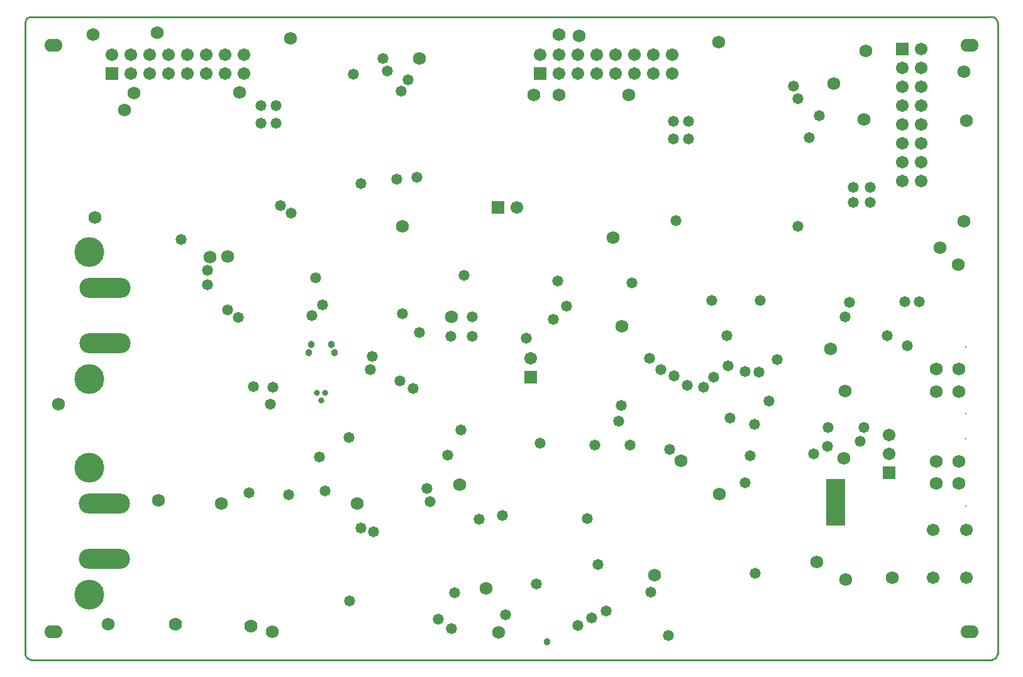
<source format=gbs>
G04*
G04 #@! TF.GenerationSoftware,Altium Limited,Altium Designer,19.1.8 (144)*
G04*
G04 Layer_Color=16711935*
%FSLAX25Y25*%
%MOIN*%
G70*
G01*
G75*
%ADD13C,0.01000*%
%ADD53R,0.10000X0.25000*%
%ADD77O,0.09700X0.06800*%
%ADD78C,0.00800*%
%ADD79C,0.06800*%
%ADD80C,0.06706*%
%ADD81R,0.06706X0.06706*%
%ADD82C,0.04600*%
%ADD83R,0.04600X0.04600*%
%ADD84C,0.06698*%
%ADD85R,0.06706X0.06706*%
%ADD86C,0.07000*%
%ADD87C,0.15800*%
%ADD88O,0.27100X0.10700*%
%ADD89C,0.05800*%
%ADD90C,0.03300*%
%ADD91C,0.03800*%
D13*
X512500Y0D02*
G03*
X515500Y3000I0J3000D01*
G01*
Y338000D02*
G03*
X512000Y341000I-3250J-250D01*
G01*
X3000Y341000D02*
G03*
X0Y338000I0J-3000D01*
G01*
Y3000D02*
G03*
X3000Y0I3000J0D01*
G01*
X512500D01*
X515500Y3000D02*
Y335500D01*
Y338000D01*
X3000Y341000D02*
X512000D01*
X0Y3000D02*
Y338000D01*
D53*
X429501Y83500D02*
D03*
D77*
X500500Y15000D02*
D03*
Y326000D02*
D03*
X15000D02*
D03*
Y15000D02*
D03*
D78*
X498500Y165933D02*
D03*
Y130500D02*
D03*
X498512Y81689D02*
D03*
Y117122D02*
D03*
D79*
X482988Y154122D02*
D03*
X494799D02*
D03*
X482988Y142311D02*
D03*
X494799D02*
D03*
X200000Y230000D02*
D03*
X427000Y165000D02*
D03*
X434000Y107000D02*
D03*
X459500Y43500D02*
D03*
X347500Y105500D02*
D03*
X368000Y88000D02*
D03*
X434500Y142500D02*
D03*
X435000Y42500D02*
D03*
X419500Y52000D02*
D03*
X494811Y93500D02*
D03*
X483000D02*
D03*
X494811Y105311D02*
D03*
X483000D02*
D03*
X230358Y93000D02*
D03*
X226000Y182000D02*
D03*
X250900Y14584D02*
D03*
X333500Y45000D02*
D03*
X244216Y38000D02*
D03*
X311500Y224000D02*
D03*
X316398Y177102D02*
D03*
X107217Y214000D02*
D03*
X97783Y213500D02*
D03*
X497500Y232500D02*
D03*
X499000Y286000D02*
D03*
X497500Y312000D02*
D03*
X445500Y323000D02*
D03*
X444500Y286500D02*
D03*
X485000Y218500D02*
D03*
X494500Y209500D02*
D03*
X320000Y299500D02*
D03*
X293500Y331000D02*
D03*
X367500Y327500D02*
D03*
X283000Y331500D02*
D03*
X269500Y299500D02*
D03*
X283000D02*
D03*
X428500Y305500D02*
D03*
X70000Y332500D02*
D03*
X57500Y300500D02*
D03*
X36000Y331500D02*
D03*
X209000Y319000D02*
D03*
X113500Y301000D02*
D03*
X140500Y329500D02*
D03*
X52500Y291500D02*
D03*
X104000Y83000D02*
D03*
X37000Y234500D02*
D03*
X17500Y135500D02*
D03*
X70500Y84500D02*
D03*
X44000Y19000D02*
D03*
X176000Y83000D02*
D03*
X131000Y15000D02*
D03*
D80*
X268000Y160000D02*
D03*
X458000Y119127D02*
D03*
Y109127D02*
D03*
X260500Y240000D02*
D03*
X475000Y324000D02*
D03*
X465000Y314000D02*
D03*
X475000D02*
D03*
X465000Y304000D02*
D03*
X475000D02*
D03*
X465000Y294000D02*
D03*
X475000D02*
D03*
X465000Y284000D02*
D03*
X475000D02*
D03*
X465000Y274000D02*
D03*
X475000D02*
D03*
X465000Y264000D02*
D03*
X475000D02*
D03*
X465000Y254000D02*
D03*
X475000D02*
D03*
X273000Y321000D02*
D03*
X283000Y311000D02*
D03*
Y321000D02*
D03*
X293000Y311000D02*
D03*
Y321000D02*
D03*
X303000Y311000D02*
D03*
Y321000D02*
D03*
X313000Y311000D02*
D03*
Y321000D02*
D03*
X323000Y311000D02*
D03*
Y321000D02*
D03*
X333000Y311000D02*
D03*
Y321000D02*
D03*
X343000Y311000D02*
D03*
Y321000D02*
D03*
X46000D02*
D03*
X56000Y311000D02*
D03*
Y321000D02*
D03*
X66000Y311000D02*
D03*
Y321000D02*
D03*
X76000Y311000D02*
D03*
Y321000D02*
D03*
X86000Y311000D02*
D03*
Y321000D02*
D03*
X96000Y311000D02*
D03*
Y321000D02*
D03*
X106000Y311000D02*
D03*
Y321000D02*
D03*
X116000Y311000D02*
D03*
Y321000D02*
D03*
D81*
X268000Y150000D02*
D03*
X458000Y99127D02*
D03*
X465000Y324000D02*
D03*
D82*
X427000Y93500D02*
D03*
X432000D02*
D03*
X427000Y88500D02*
D03*
X432000D02*
D03*
X427000Y83500D02*
D03*
X432000D02*
D03*
X427000Y78500D02*
D03*
X432000D02*
D03*
X427000Y73500D02*
D03*
D83*
X432000D02*
D03*
D84*
X499000Y69091D02*
D03*
Y43500D02*
D03*
X481284Y69091D02*
D03*
Y43500D02*
D03*
D85*
X250500Y240000D02*
D03*
X273000Y311000D02*
D03*
X46000D02*
D03*
D86*
X119500Y18000D02*
D03*
X79500Y19000D02*
D03*
D87*
X34000Y149000D02*
D03*
Y216200D02*
D03*
X33800Y34600D02*
D03*
Y101800D02*
D03*
D88*
X42200Y197300D02*
D03*
Y167900D02*
D03*
X42000Y82900D02*
D03*
Y53500D02*
D03*
D89*
X120788Y144827D02*
D03*
X130000Y135500D02*
D03*
X131250Y144618D02*
D03*
X314647Y126647D02*
D03*
X316000Y135000D02*
D03*
X389022Y152535D02*
D03*
X300162Y22200D02*
D03*
X212763Y91000D02*
D03*
X113037Y181500D02*
D03*
X107222Y185559D02*
D03*
X271000Y40360D02*
D03*
X415560Y277000D02*
D03*
X171500Y118000D02*
D03*
X287000Y187563D02*
D03*
X466163Y190000D02*
D03*
X351000Y145500D02*
D03*
X282215Y201000D02*
D03*
X474000Y190000D02*
D03*
X409691Y229809D02*
D03*
X345049Y233000D02*
D03*
X203000Y307500D02*
D03*
X199108Y301500D02*
D03*
X207500Y256000D02*
D03*
X173839Y310500D02*
D03*
X183000Y154000D02*
D03*
X184000Y161000D02*
D03*
X197000Y255000D02*
D03*
X178000Y252500D02*
D03*
X421000Y288500D02*
D03*
X192000Y312420D02*
D03*
X409691Y297642D02*
D03*
X407398Y304358D02*
D03*
X364000Y190500D02*
D03*
X321500Y200063D02*
D03*
X265500Y170500D02*
D03*
X344000Y150500D02*
D03*
X280000Y180500D02*
D03*
X381500Y152898D02*
D03*
X359500Y144500D02*
D03*
X365000Y150000D02*
D03*
X372500Y156000D02*
D03*
X371928Y172000D02*
D03*
X331000Y160000D02*
D03*
X337000Y154000D02*
D03*
X189630Y319000D02*
D03*
X205500Y144000D02*
D03*
X198500Y148000D02*
D03*
X209000Y173500D02*
D03*
X82500Y223000D02*
D03*
X273000Y115000D02*
D03*
X214500Y84000D02*
D03*
X171761Y31239D02*
D03*
X224000Y108500D02*
D03*
X231000Y122000D02*
D03*
X178000Y70000D02*
D03*
X184438Y68000D02*
D03*
X341500Y111500D02*
D03*
X467642Y166500D02*
D03*
X386626Y124862D02*
D03*
X373472Y128173D02*
D03*
X389500Y190500D02*
D03*
X320500Y114000D02*
D03*
X394126Y137362D02*
D03*
X398626Y159362D02*
D03*
X436858Y189500D02*
D03*
X387000Y46000D02*
D03*
X425710Y123362D02*
D03*
X425126Y113211D02*
D03*
X417959Y109362D02*
D03*
X442626Y115880D02*
D03*
X444626Y123362D02*
D03*
X434500Y182000D02*
D03*
X457000Y172000D02*
D03*
X237000Y182000D02*
D03*
Y171500D02*
D03*
X225500D02*
D03*
X448000Y242500D02*
D03*
X438760Y250500D02*
D03*
X448000D02*
D03*
X438760Y242500D02*
D03*
X351500Y276260D02*
D03*
X343500Y285500D02*
D03*
Y276260D02*
D03*
X351500Y285500D02*
D03*
X254500Y24000D02*
D03*
X240500Y74500D02*
D03*
X118500Y88500D02*
D03*
X341000Y13000D02*
D03*
X303500Y50500D02*
D03*
X298000Y75000D02*
D03*
X331698Y36000D02*
D03*
X292977Y18382D02*
D03*
X308000Y26000D02*
D03*
X302000Y114000D02*
D03*
X226000Y16500D02*
D03*
X219000Y21500D02*
D03*
X227700Y35700D02*
D03*
X253000Y76500D02*
D03*
X152000Y182500D02*
D03*
X96500Y199100D02*
D03*
X135250Y241000D02*
D03*
X141000Y237000D02*
D03*
X232500Y204000D02*
D03*
X96500Y206500D02*
D03*
X157456Y188118D02*
D03*
X200000Y183500D02*
D03*
X154000Y202500D02*
D03*
X133000Y294000D02*
D03*
X125000Y284760D02*
D03*
Y294000D02*
D03*
X133000Y284760D02*
D03*
X159000Y89500D02*
D03*
X139500Y87500D02*
D03*
X156000Y107500D02*
D03*
X381626Y93862D02*
D03*
X384126Y108362D02*
D03*
D90*
X157000Y137518D02*
D03*
X154595Y141461D02*
D03*
X158870D02*
D03*
D91*
X276500Y9500D02*
D03*
X151500Y167380D02*
D03*
X164000Y163000D02*
D03*
X150300D02*
D03*
X162154Y167302D02*
D03*
M02*

</source>
